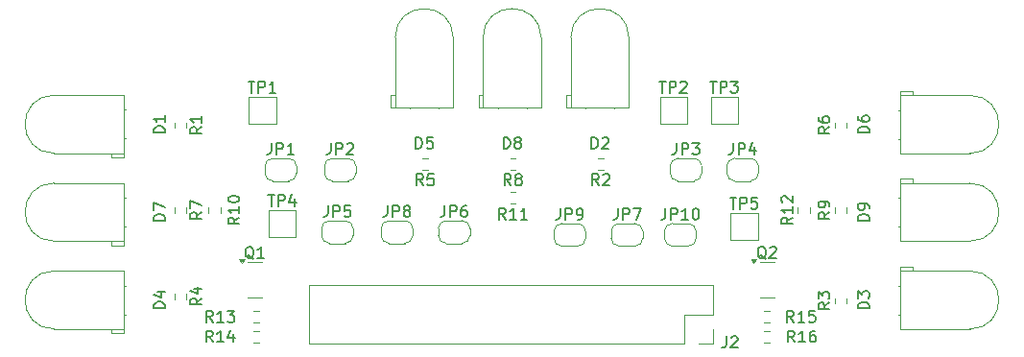
<source format=gbr>
%TF.GenerationSoftware,KiCad,Pcbnew,8.0.1*%
%TF.CreationDate,2024-03-24T15:01:24+02:00*%
%TF.ProjectId,EEE3088_HLDZUH001_Sensing,45454533-3038-4385-9f48-4c445a554830,rev?*%
%TF.SameCoordinates,Original*%
%TF.FileFunction,Legend,Top*%
%TF.FilePolarity,Positive*%
%FSLAX46Y46*%
G04 Gerber Fmt 4.6, Leading zero omitted, Abs format (unit mm)*
G04 Created by KiCad (PCBNEW 8.0.1) date 2024-03-24 15:01:24*
%MOMM*%
%LPD*%
G01*
G04 APERTURE LIST*
%ADD10C,0.150000*%
%ADD11C,0.120000*%
G04 APERTURE END LIST*
D10*
X213519819Y-92993094D02*
X212519819Y-92993094D01*
X212519819Y-92993094D02*
X212519819Y-92754999D01*
X212519819Y-92754999D02*
X212567438Y-92612142D01*
X212567438Y-92612142D02*
X212662676Y-92516904D01*
X212662676Y-92516904D02*
X212757914Y-92469285D01*
X212757914Y-92469285D02*
X212948390Y-92421666D01*
X212948390Y-92421666D02*
X213091247Y-92421666D01*
X213091247Y-92421666D02*
X213281723Y-92469285D01*
X213281723Y-92469285D02*
X213376961Y-92516904D01*
X213376961Y-92516904D02*
X213472200Y-92612142D01*
X213472200Y-92612142D02*
X213519819Y-92754999D01*
X213519819Y-92754999D02*
X213519819Y-92993094D01*
X212519819Y-92088332D02*
X212519819Y-91469285D01*
X212519819Y-91469285D02*
X212900771Y-91802618D01*
X212900771Y-91802618D02*
X212900771Y-91659761D01*
X212900771Y-91659761D02*
X212948390Y-91564523D01*
X212948390Y-91564523D02*
X212996009Y-91516904D01*
X212996009Y-91516904D02*
X213091247Y-91469285D01*
X213091247Y-91469285D02*
X213329342Y-91469285D01*
X213329342Y-91469285D02*
X213424580Y-91516904D01*
X213424580Y-91516904D02*
X213472200Y-91564523D01*
X213472200Y-91564523D02*
X213519819Y-91659761D01*
X213519819Y-91659761D02*
X213519819Y-91945475D01*
X213519819Y-91945475D02*
X213472200Y-92040713D01*
X213472200Y-92040713D02*
X213424580Y-92088332D01*
X213519819Y-85243094D02*
X212519819Y-85243094D01*
X212519819Y-85243094D02*
X212519819Y-85004999D01*
X212519819Y-85004999D02*
X212567438Y-84862142D01*
X212567438Y-84862142D02*
X212662676Y-84766904D01*
X212662676Y-84766904D02*
X212757914Y-84719285D01*
X212757914Y-84719285D02*
X212948390Y-84671666D01*
X212948390Y-84671666D02*
X213091247Y-84671666D01*
X213091247Y-84671666D02*
X213281723Y-84719285D01*
X213281723Y-84719285D02*
X213376961Y-84766904D01*
X213376961Y-84766904D02*
X213472200Y-84862142D01*
X213472200Y-84862142D02*
X213519819Y-85004999D01*
X213519819Y-85004999D02*
X213519819Y-85243094D01*
X213519819Y-84195475D02*
X213519819Y-84004999D01*
X213519819Y-84004999D02*
X213472200Y-83909761D01*
X213472200Y-83909761D02*
X213424580Y-83862142D01*
X213424580Y-83862142D02*
X213281723Y-83766904D01*
X213281723Y-83766904D02*
X213091247Y-83719285D01*
X213091247Y-83719285D02*
X212710295Y-83719285D01*
X212710295Y-83719285D02*
X212615057Y-83766904D01*
X212615057Y-83766904D02*
X212567438Y-83814523D01*
X212567438Y-83814523D02*
X212519819Y-83909761D01*
X212519819Y-83909761D02*
X212519819Y-84100237D01*
X212519819Y-84100237D02*
X212567438Y-84195475D01*
X212567438Y-84195475D02*
X212615057Y-84243094D01*
X212615057Y-84243094D02*
X212710295Y-84290713D01*
X212710295Y-84290713D02*
X212948390Y-84290713D01*
X212948390Y-84290713D02*
X213043628Y-84243094D01*
X213043628Y-84243094D02*
X213091247Y-84195475D01*
X213091247Y-84195475D02*
X213138866Y-84100237D01*
X213138866Y-84100237D02*
X213138866Y-83909761D01*
X213138866Y-83909761D02*
X213091247Y-83814523D01*
X213091247Y-83814523D02*
X213043628Y-83766904D01*
X213043628Y-83766904D02*
X212948390Y-83719285D01*
X181266905Y-78889819D02*
X181266905Y-77889819D01*
X181266905Y-77889819D02*
X181505000Y-77889819D01*
X181505000Y-77889819D02*
X181647857Y-77937438D01*
X181647857Y-77937438D02*
X181743095Y-78032676D01*
X181743095Y-78032676D02*
X181790714Y-78127914D01*
X181790714Y-78127914D02*
X181838333Y-78318390D01*
X181838333Y-78318390D02*
X181838333Y-78461247D01*
X181838333Y-78461247D02*
X181790714Y-78651723D01*
X181790714Y-78651723D02*
X181743095Y-78746961D01*
X181743095Y-78746961D02*
X181647857Y-78842200D01*
X181647857Y-78842200D02*
X181505000Y-78889819D01*
X181505000Y-78889819D02*
X181266905Y-78889819D01*
X182409762Y-78318390D02*
X182314524Y-78270771D01*
X182314524Y-78270771D02*
X182266905Y-78223152D01*
X182266905Y-78223152D02*
X182219286Y-78127914D01*
X182219286Y-78127914D02*
X182219286Y-78080295D01*
X182219286Y-78080295D02*
X182266905Y-77985057D01*
X182266905Y-77985057D02*
X182314524Y-77937438D01*
X182314524Y-77937438D02*
X182409762Y-77889819D01*
X182409762Y-77889819D02*
X182600238Y-77889819D01*
X182600238Y-77889819D02*
X182695476Y-77937438D01*
X182695476Y-77937438D02*
X182743095Y-77985057D01*
X182743095Y-77985057D02*
X182790714Y-78080295D01*
X182790714Y-78080295D02*
X182790714Y-78127914D01*
X182790714Y-78127914D02*
X182743095Y-78223152D01*
X182743095Y-78223152D02*
X182695476Y-78270771D01*
X182695476Y-78270771D02*
X182600238Y-78318390D01*
X182600238Y-78318390D02*
X182409762Y-78318390D01*
X182409762Y-78318390D02*
X182314524Y-78366009D01*
X182314524Y-78366009D02*
X182266905Y-78413628D01*
X182266905Y-78413628D02*
X182219286Y-78508866D01*
X182219286Y-78508866D02*
X182219286Y-78699342D01*
X182219286Y-78699342D02*
X182266905Y-78794580D01*
X182266905Y-78794580D02*
X182314524Y-78842200D01*
X182314524Y-78842200D02*
X182409762Y-78889819D01*
X182409762Y-78889819D02*
X182600238Y-78889819D01*
X182600238Y-78889819D02*
X182695476Y-78842200D01*
X182695476Y-78842200D02*
X182743095Y-78794580D01*
X182743095Y-78794580D02*
X182790714Y-78699342D01*
X182790714Y-78699342D02*
X182790714Y-78508866D01*
X182790714Y-78508866D02*
X182743095Y-78413628D01*
X182743095Y-78413628D02*
X182695476Y-78366009D01*
X182695476Y-78366009D02*
X182600238Y-78318390D01*
X151389819Y-85233094D02*
X150389819Y-85233094D01*
X150389819Y-85233094D02*
X150389819Y-84994999D01*
X150389819Y-84994999D02*
X150437438Y-84852142D01*
X150437438Y-84852142D02*
X150532676Y-84756904D01*
X150532676Y-84756904D02*
X150627914Y-84709285D01*
X150627914Y-84709285D02*
X150818390Y-84661666D01*
X150818390Y-84661666D02*
X150961247Y-84661666D01*
X150961247Y-84661666D02*
X151151723Y-84709285D01*
X151151723Y-84709285D02*
X151246961Y-84756904D01*
X151246961Y-84756904D02*
X151342200Y-84852142D01*
X151342200Y-84852142D02*
X151389819Y-84994999D01*
X151389819Y-84994999D02*
X151389819Y-85233094D01*
X150389819Y-84328332D02*
X150389819Y-83661666D01*
X150389819Y-83661666D02*
X151389819Y-84090237D01*
X201238095Y-83206819D02*
X201809523Y-83206819D01*
X201523809Y-84206819D02*
X201523809Y-83206819D01*
X202142857Y-84206819D02*
X202142857Y-83206819D01*
X202142857Y-83206819D02*
X202523809Y-83206819D01*
X202523809Y-83206819D02*
X202619047Y-83254438D01*
X202619047Y-83254438D02*
X202666666Y-83302057D01*
X202666666Y-83302057D02*
X202714285Y-83397295D01*
X202714285Y-83397295D02*
X202714285Y-83540152D01*
X202714285Y-83540152D02*
X202666666Y-83635390D01*
X202666666Y-83635390D02*
X202619047Y-83683009D01*
X202619047Y-83683009D02*
X202523809Y-83730628D01*
X202523809Y-83730628D02*
X202142857Y-83730628D01*
X203619047Y-83206819D02*
X203142857Y-83206819D01*
X203142857Y-83206819D02*
X203095238Y-83683009D01*
X203095238Y-83683009D02*
X203142857Y-83635390D01*
X203142857Y-83635390D02*
X203238095Y-83587771D01*
X203238095Y-83587771D02*
X203476190Y-83587771D01*
X203476190Y-83587771D02*
X203571428Y-83635390D01*
X203571428Y-83635390D02*
X203619047Y-83683009D01*
X203619047Y-83683009D02*
X203666666Y-83778247D01*
X203666666Y-83778247D02*
X203666666Y-84016342D01*
X203666666Y-84016342D02*
X203619047Y-84111580D01*
X203619047Y-84111580D02*
X203571428Y-84159200D01*
X203571428Y-84159200D02*
X203476190Y-84206819D01*
X203476190Y-84206819D02*
X203238095Y-84206819D01*
X203238095Y-84206819D02*
X203142857Y-84159200D01*
X203142857Y-84159200D02*
X203095238Y-84111580D01*
X160488095Y-82956819D02*
X161059523Y-82956819D01*
X160773809Y-83956819D02*
X160773809Y-82956819D01*
X161392857Y-83956819D02*
X161392857Y-82956819D01*
X161392857Y-82956819D02*
X161773809Y-82956819D01*
X161773809Y-82956819D02*
X161869047Y-83004438D01*
X161869047Y-83004438D02*
X161916666Y-83052057D01*
X161916666Y-83052057D02*
X161964285Y-83147295D01*
X161964285Y-83147295D02*
X161964285Y-83290152D01*
X161964285Y-83290152D02*
X161916666Y-83385390D01*
X161916666Y-83385390D02*
X161869047Y-83433009D01*
X161869047Y-83433009D02*
X161773809Y-83480628D01*
X161773809Y-83480628D02*
X161392857Y-83480628D01*
X162821428Y-83290152D02*
X162821428Y-83956819D01*
X162583333Y-82909200D02*
X162345238Y-83623485D01*
X162345238Y-83623485D02*
X162964285Y-83623485D01*
X199488095Y-72956819D02*
X200059523Y-72956819D01*
X199773809Y-73956819D02*
X199773809Y-72956819D01*
X200392857Y-73956819D02*
X200392857Y-72956819D01*
X200392857Y-72956819D02*
X200773809Y-72956819D01*
X200773809Y-72956819D02*
X200869047Y-73004438D01*
X200869047Y-73004438D02*
X200916666Y-73052057D01*
X200916666Y-73052057D02*
X200964285Y-73147295D01*
X200964285Y-73147295D02*
X200964285Y-73290152D01*
X200964285Y-73290152D02*
X200916666Y-73385390D01*
X200916666Y-73385390D02*
X200869047Y-73433009D01*
X200869047Y-73433009D02*
X200773809Y-73480628D01*
X200773809Y-73480628D02*
X200392857Y-73480628D01*
X201297619Y-72956819D02*
X201916666Y-72956819D01*
X201916666Y-72956819D02*
X201583333Y-73337771D01*
X201583333Y-73337771D02*
X201726190Y-73337771D01*
X201726190Y-73337771D02*
X201821428Y-73385390D01*
X201821428Y-73385390D02*
X201869047Y-73433009D01*
X201869047Y-73433009D02*
X201916666Y-73528247D01*
X201916666Y-73528247D02*
X201916666Y-73766342D01*
X201916666Y-73766342D02*
X201869047Y-73861580D01*
X201869047Y-73861580D02*
X201821428Y-73909200D01*
X201821428Y-73909200D02*
X201726190Y-73956819D01*
X201726190Y-73956819D02*
X201440476Y-73956819D01*
X201440476Y-73956819D02*
X201345238Y-73909200D01*
X201345238Y-73909200D02*
X201297619Y-73861580D01*
X194988095Y-72956819D02*
X195559523Y-72956819D01*
X195273809Y-73956819D02*
X195273809Y-72956819D01*
X195892857Y-73956819D02*
X195892857Y-72956819D01*
X195892857Y-72956819D02*
X196273809Y-72956819D01*
X196273809Y-72956819D02*
X196369047Y-73004438D01*
X196369047Y-73004438D02*
X196416666Y-73052057D01*
X196416666Y-73052057D02*
X196464285Y-73147295D01*
X196464285Y-73147295D02*
X196464285Y-73290152D01*
X196464285Y-73290152D02*
X196416666Y-73385390D01*
X196416666Y-73385390D02*
X196369047Y-73433009D01*
X196369047Y-73433009D02*
X196273809Y-73480628D01*
X196273809Y-73480628D02*
X195892857Y-73480628D01*
X196845238Y-73052057D02*
X196892857Y-73004438D01*
X196892857Y-73004438D02*
X196988095Y-72956819D01*
X196988095Y-72956819D02*
X197226190Y-72956819D01*
X197226190Y-72956819D02*
X197321428Y-73004438D01*
X197321428Y-73004438D02*
X197369047Y-73052057D01*
X197369047Y-73052057D02*
X197416666Y-73147295D01*
X197416666Y-73147295D02*
X197416666Y-73242533D01*
X197416666Y-73242533D02*
X197369047Y-73385390D01*
X197369047Y-73385390D02*
X196797619Y-73956819D01*
X196797619Y-73956819D02*
X197416666Y-73956819D01*
X158738095Y-72956819D02*
X159309523Y-72956819D01*
X159023809Y-73956819D02*
X159023809Y-72956819D01*
X159642857Y-73956819D02*
X159642857Y-72956819D01*
X159642857Y-72956819D02*
X160023809Y-72956819D01*
X160023809Y-72956819D02*
X160119047Y-73004438D01*
X160119047Y-73004438D02*
X160166666Y-73052057D01*
X160166666Y-73052057D02*
X160214285Y-73147295D01*
X160214285Y-73147295D02*
X160214285Y-73290152D01*
X160214285Y-73290152D02*
X160166666Y-73385390D01*
X160166666Y-73385390D02*
X160119047Y-73433009D01*
X160119047Y-73433009D02*
X160023809Y-73480628D01*
X160023809Y-73480628D02*
X159642857Y-73480628D01*
X161166666Y-73956819D02*
X160595238Y-73956819D01*
X160880952Y-73956819D02*
X160880952Y-72956819D01*
X160880952Y-72956819D02*
X160785714Y-73099676D01*
X160785714Y-73099676D02*
X160690476Y-73194914D01*
X160690476Y-73194914D02*
X160595238Y-73242533D01*
X206932142Y-95954819D02*
X206598809Y-95478628D01*
X206360714Y-95954819D02*
X206360714Y-94954819D01*
X206360714Y-94954819D02*
X206741666Y-94954819D01*
X206741666Y-94954819D02*
X206836904Y-95002438D01*
X206836904Y-95002438D02*
X206884523Y-95050057D01*
X206884523Y-95050057D02*
X206932142Y-95145295D01*
X206932142Y-95145295D02*
X206932142Y-95288152D01*
X206932142Y-95288152D02*
X206884523Y-95383390D01*
X206884523Y-95383390D02*
X206836904Y-95431009D01*
X206836904Y-95431009D02*
X206741666Y-95478628D01*
X206741666Y-95478628D02*
X206360714Y-95478628D01*
X207884523Y-95954819D02*
X207313095Y-95954819D01*
X207598809Y-95954819D02*
X207598809Y-94954819D01*
X207598809Y-94954819D02*
X207503571Y-95097676D01*
X207503571Y-95097676D02*
X207408333Y-95192914D01*
X207408333Y-95192914D02*
X207313095Y-95240533D01*
X208741666Y-94954819D02*
X208551190Y-94954819D01*
X208551190Y-94954819D02*
X208455952Y-95002438D01*
X208455952Y-95002438D02*
X208408333Y-95050057D01*
X208408333Y-95050057D02*
X208313095Y-95192914D01*
X208313095Y-95192914D02*
X208265476Y-95383390D01*
X208265476Y-95383390D02*
X208265476Y-95764342D01*
X208265476Y-95764342D02*
X208313095Y-95859580D01*
X208313095Y-95859580D02*
X208360714Y-95907200D01*
X208360714Y-95907200D02*
X208455952Y-95954819D01*
X208455952Y-95954819D02*
X208646428Y-95954819D01*
X208646428Y-95954819D02*
X208741666Y-95907200D01*
X208741666Y-95907200D02*
X208789285Y-95859580D01*
X208789285Y-95859580D02*
X208836904Y-95764342D01*
X208836904Y-95764342D02*
X208836904Y-95526247D01*
X208836904Y-95526247D02*
X208789285Y-95431009D01*
X208789285Y-95431009D02*
X208741666Y-95383390D01*
X208741666Y-95383390D02*
X208646428Y-95335771D01*
X208646428Y-95335771D02*
X208455952Y-95335771D01*
X208455952Y-95335771D02*
X208360714Y-95383390D01*
X208360714Y-95383390D02*
X208313095Y-95431009D01*
X208313095Y-95431009D02*
X208265476Y-95526247D01*
X206857142Y-94204819D02*
X206523809Y-93728628D01*
X206285714Y-94204819D02*
X206285714Y-93204819D01*
X206285714Y-93204819D02*
X206666666Y-93204819D01*
X206666666Y-93204819D02*
X206761904Y-93252438D01*
X206761904Y-93252438D02*
X206809523Y-93300057D01*
X206809523Y-93300057D02*
X206857142Y-93395295D01*
X206857142Y-93395295D02*
X206857142Y-93538152D01*
X206857142Y-93538152D02*
X206809523Y-93633390D01*
X206809523Y-93633390D02*
X206761904Y-93681009D01*
X206761904Y-93681009D02*
X206666666Y-93728628D01*
X206666666Y-93728628D02*
X206285714Y-93728628D01*
X207809523Y-94204819D02*
X207238095Y-94204819D01*
X207523809Y-94204819D02*
X207523809Y-93204819D01*
X207523809Y-93204819D02*
X207428571Y-93347676D01*
X207428571Y-93347676D02*
X207333333Y-93442914D01*
X207333333Y-93442914D02*
X207238095Y-93490533D01*
X208714285Y-93204819D02*
X208238095Y-93204819D01*
X208238095Y-93204819D02*
X208190476Y-93681009D01*
X208190476Y-93681009D02*
X208238095Y-93633390D01*
X208238095Y-93633390D02*
X208333333Y-93585771D01*
X208333333Y-93585771D02*
X208571428Y-93585771D01*
X208571428Y-93585771D02*
X208666666Y-93633390D01*
X208666666Y-93633390D02*
X208714285Y-93681009D01*
X208714285Y-93681009D02*
X208761904Y-93776247D01*
X208761904Y-93776247D02*
X208761904Y-94014342D01*
X208761904Y-94014342D02*
X208714285Y-94109580D01*
X208714285Y-94109580D02*
X208666666Y-94157200D01*
X208666666Y-94157200D02*
X208571428Y-94204819D01*
X208571428Y-94204819D02*
X208333333Y-94204819D01*
X208333333Y-94204819D02*
X208238095Y-94157200D01*
X208238095Y-94157200D02*
X208190476Y-94109580D01*
X155607142Y-95954819D02*
X155273809Y-95478628D01*
X155035714Y-95954819D02*
X155035714Y-94954819D01*
X155035714Y-94954819D02*
X155416666Y-94954819D01*
X155416666Y-94954819D02*
X155511904Y-95002438D01*
X155511904Y-95002438D02*
X155559523Y-95050057D01*
X155559523Y-95050057D02*
X155607142Y-95145295D01*
X155607142Y-95145295D02*
X155607142Y-95288152D01*
X155607142Y-95288152D02*
X155559523Y-95383390D01*
X155559523Y-95383390D02*
X155511904Y-95431009D01*
X155511904Y-95431009D02*
X155416666Y-95478628D01*
X155416666Y-95478628D02*
X155035714Y-95478628D01*
X156559523Y-95954819D02*
X155988095Y-95954819D01*
X156273809Y-95954819D02*
X156273809Y-94954819D01*
X156273809Y-94954819D02*
X156178571Y-95097676D01*
X156178571Y-95097676D02*
X156083333Y-95192914D01*
X156083333Y-95192914D02*
X155988095Y-95240533D01*
X157416666Y-95288152D02*
X157416666Y-95954819D01*
X157178571Y-94907200D02*
X156940476Y-95621485D01*
X156940476Y-95621485D02*
X157559523Y-95621485D01*
X155607142Y-94204819D02*
X155273809Y-93728628D01*
X155035714Y-94204819D02*
X155035714Y-93204819D01*
X155035714Y-93204819D02*
X155416666Y-93204819D01*
X155416666Y-93204819D02*
X155511904Y-93252438D01*
X155511904Y-93252438D02*
X155559523Y-93300057D01*
X155559523Y-93300057D02*
X155607142Y-93395295D01*
X155607142Y-93395295D02*
X155607142Y-93538152D01*
X155607142Y-93538152D02*
X155559523Y-93633390D01*
X155559523Y-93633390D02*
X155511904Y-93681009D01*
X155511904Y-93681009D02*
X155416666Y-93728628D01*
X155416666Y-93728628D02*
X155035714Y-93728628D01*
X156559523Y-94204819D02*
X155988095Y-94204819D01*
X156273809Y-94204819D02*
X156273809Y-93204819D01*
X156273809Y-93204819D02*
X156178571Y-93347676D01*
X156178571Y-93347676D02*
X156083333Y-93442914D01*
X156083333Y-93442914D02*
X155988095Y-93490533D01*
X156892857Y-93204819D02*
X157511904Y-93204819D01*
X157511904Y-93204819D02*
X157178571Y-93585771D01*
X157178571Y-93585771D02*
X157321428Y-93585771D01*
X157321428Y-93585771D02*
X157416666Y-93633390D01*
X157416666Y-93633390D02*
X157464285Y-93681009D01*
X157464285Y-93681009D02*
X157511904Y-93776247D01*
X157511904Y-93776247D02*
X157511904Y-94014342D01*
X157511904Y-94014342D02*
X157464285Y-94109580D01*
X157464285Y-94109580D02*
X157416666Y-94157200D01*
X157416666Y-94157200D02*
X157321428Y-94204819D01*
X157321428Y-94204819D02*
X157035714Y-94204819D01*
X157035714Y-94204819D02*
X156940476Y-94157200D01*
X156940476Y-94157200D02*
X156892857Y-94109580D01*
X206774819Y-84967857D02*
X206298628Y-85301190D01*
X206774819Y-85539285D02*
X205774819Y-85539285D01*
X205774819Y-85539285D02*
X205774819Y-85158333D01*
X205774819Y-85158333D02*
X205822438Y-85063095D01*
X205822438Y-85063095D02*
X205870057Y-85015476D01*
X205870057Y-85015476D02*
X205965295Y-84967857D01*
X205965295Y-84967857D02*
X206108152Y-84967857D01*
X206108152Y-84967857D02*
X206203390Y-85015476D01*
X206203390Y-85015476D02*
X206251009Y-85063095D01*
X206251009Y-85063095D02*
X206298628Y-85158333D01*
X206298628Y-85158333D02*
X206298628Y-85539285D01*
X206774819Y-84015476D02*
X206774819Y-84586904D01*
X206774819Y-84301190D02*
X205774819Y-84301190D01*
X205774819Y-84301190D02*
X205917676Y-84396428D01*
X205917676Y-84396428D02*
X206012914Y-84491666D01*
X206012914Y-84491666D02*
X206060533Y-84586904D01*
X205870057Y-83634523D02*
X205822438Y-83586904D01*
X205822438Y-83586904D02*
X205774819Y-83491666D01*
X205774819Y-83491666D02*
X205774819Y-83253571D01*
X205774819Y-83253571D02*
X205822438Y-83158333D01*
X205822438Y-83158333D02*
X205870057Y-83110714D01*
X205870057Y-83110714D02*
X205965295Y-83063095D01*
X205965295Y-83063095D02*
X206060533Y-83063095D01*
X206060533Y-83063095D02*
X206203390Y-83110714D01*
X206203390Y-83110714D02*
X206774819Y-83682142D01*
X206774819Y-83682142D02*
X206774819Y-83063095D01*
X181432142Y-85134819D02*
X181098809Y-84658628D01*
X180860714Y-85134819D02*
X180860714Y-84134819D01*
X180860714Y-84134819D02*
X181241666Y-84134819D01*
X181241666Y-84134819D02*
X181336904Y-84182438D01*
X181336904Y-84182438D02*
X181384523Y-84230057D01*
X181384523Y-84230057D02*
X181432142Y-84325295D01*
X181432142Y-84325295D02*
X181432142Y-84468152D01*
X181432142Y-84468152D02*
X181384523Y-84563390D01*
X181384523Y-84563390D02*
X181336904Y-84611009D01*
X181336904Y-84611009D02*
X181241666Y-84658628D01*
X181241666Y-84658628D02*
X180860714Y-84658628D01*
X182384523Y-85134819D02*
X181813095Y-85134819D01*
X182098809Y-85134819D02*
X182098809Y-84134819D01*
X182098809Y-84134819D02*
X182003571Y-84277676D01*
X182003571Y-84277676D02*
X181908333Y-84372914D01*
X181908333Y-84372914D02*
X181813095Y-84420533D01*
X183336904Y-85134819D02*
X182765476Y-85134819D01*
X183051190Y-85134819D02*
X183051190Y-84134819D01*
X183051190Y-84134819D02*
X182955952Y-84277676D01*
X182955952Y-84277676D02*
X182860714Y-84372914D01*
X182860714Y-84372914D02*
X182765476Y-84420533D01*
X157954819Y-84967857D02*
X157478628Y-85301190D01*
X157954819Y-85539285D02*
X156954819Y-85539285D01*
X156954819Y-85539285D02*
X156954819Y-85158333D01*
X156954819Y-85158333D02*
X157002438Y-85063095D01*
X157002438Y-85063095D02*
X157050057Y-85015476D01*
X157050057Y-85015476D02*
X157145295Y-84967857D01*
X157145295Y-84967857D02*
X157288152Y-84967857D01*
X157288152Y-84967857D02*
X157383390Y-85015476D01*
X157383390Y-85015476D02*
X157431009Y-85063095D01*
X157431009Y-85063095D02*
X157478628Y-85158333D01*
X157478628Y-85158333D02*
X157478628Y-85539285D01*
X157954819Y-84015476D02*
X157954819Y-84586904D01*
X157954819Y-84301190D02*
X156954819Y-84301190D01*
X156954819Y-84301190D02*
X157097676Y-84396428D01*
X157097676Y-84396428D02*
X157192914Y-84491666D01*
X157192914Y-84491666D02*
X157240533Y-84586904D01*
X156954819Y-83396428D02*
X156954819Y-83301190D01*
X156954819Y-83301190D02*
X157002438Y-83205952D01*
X157002438Y-83205952D02*
X157050057Y-83158333D01*
X157050057Y-83158333D02*
X157145295Y-83110714D01*
X157145295Y-83110714D02*
X157335771Y-83063095D01*
X157335771Y-83063095D02*
X157573866Y-83063095D01*
X157573866Y-83063095D02*
X157764342Y-83110714D01*
X157764342Y-83110714D02*
X157859580Y-83158333D01*
X157859580Y-83158333D02*
X157907200Y-83205952D01*
X157907200Y-83205952D02*
X157954819Y-83301190D01*
X157954819Y-83301190D02*
X157954819Y-83396428D01*
X157954819Y-83396428D02*
X157907200Y-83491666D01*
X157907200Y-83491666D02*
X157859580Y-83539285D01*
X157859580Y-83539285D02*
X157764342Y-83586904D01*
X157764342Y-83586904D02*
X157573866Y-83634523D01*
X157573866Y-83634523D02*
X157335771Y-83634523D01*
X157335771Y-83634523D02*
X157145295Y-83586904D01*
X157145295Y-83586904D02*
X157050057Y-83539285D01*
X157050057Y-83539285D02*
X157002438Y-83491666D01*
X157002438Y-83491666D02*
X156954819Y-83396428D01*
X210024819Y-84491666D02*
X209548628Y-84824999D01*
X210024819Y-85063094D02*
X209024819Y-85063094D01*
X209024819Y-85063094D02*
X209024819Y-84682142D01*
X209024819Y-84682142D02*
X209072438Y-84586904D01*
X209072438Y-84586904D02*
X209120057Y-84539285D01*
X209120057Y-84539285D02*
X209215295Y-84491666D01*
X209215295Y-84491666D02*
X209358152Y-84491666D01*
X209358152Y-84491666D02*
X209453390Y-84539285D01*
X209453390Y-84539285D02*
X209501009Y-84586904D01*
X209501009Y-84586904D02*
X209548628Y-84682142D01*
X209548628Y-84682142D02*
X209548628Y-85063094D01*
X210024819Y-84015475D02*
X210024819Y-83824999D01*
X210024819Y-83824999D02*
X209977200Y-83729761D01*
X209977200Y-83729761D02*
X209929580Y-83682142D01*
X209929580Y-83682142D02*
X209786723Y-83586904D01*
X209786723Y-83586904D02*
X209596247Y-83539285D01*
X209596247Y-83539285D02*
X209215295Y-83539285D01*
X209215295Y-83539285D02*
X209120057Y-83586904D01*
X209120057Y-83586904D02*
X209072438Y-83634523D01*
X209072438Y-83634523D02*
X209024819Y-83729761D01*
X209024819Y-83729761D02*
X209024819Y-83920237D01*
X209024819Y-83920237D02*
X209072438Y-84015475D01*
X209072438Y-84015475D02*
X209120057Y-84063094D01*
X209120057Y-84063094D02*
X209215295Y-84110713D01*
X209215295Y-84110713D02*
X209453390Y-84110713D01*
X209453390Y-84110713D02*
X209548628Y-84063094D01*
X209548628Y-84063094D02*
X209596247Y-84015475D01*
X209596247Y-84015475D02*
X209643866Y-83920237D01*
X209643866Y-83920237D02*
X209643866Y-83729761D01*
X209643866Y-83729761D02*
X209596247Y-83634523D01*
X209596247Y-83634523D02*
X209548628Y-83586904D01*
X209548628Y-83586904D02*
X209453390Y-83539285D01*
X181908333Y-82134819D02*
X181575000Y-81658628D01*
X181336905Y-82134819D02*
X181336905Y-81134819D01*
X181336905Y-81134819D02*
X181717857Y-81134819D01*
X181717857Y-81134819D02*
X181813095Y-81182438D01*
X181813095Y-81182438D02*
X181860714Y-81230057D01*
X181860714Y-81230057D02*
X181908333Y-81325295D01*
X181908333Y-81325295D02*
X181908333Y-81468152D01*
X181908333Y-81468152D02*
X181860714Y-81563390D01*
X181860714Y-81563390D02*
X181813095Y-81611009D01*
X181813095Y-81611009D02*
X181717857Y-81658628D01*
X181717857Y-81658628D02*
X181336905Y-81658628D01*
X182479762Y-81563390D02*
X182384524Y-81515771D01*
X182384524Y-81515771D02*
X182336905Y-81468152D01*
X182336905Y-81468152D02*
X182289286Y-81372914D01*
X182289286Y-81372914D02*
X182289286Y-81325295D01*
X182289286Y-81325295D02*
X182336905Y-81230057D01*
X182336905Y-81230057D02*
X182384524Y-81182438D01*
X182384524Y-81182438D02*
X182479762Y-81134819D01*
X182479762Y-81134819D02*
X182670238Y-81134819D01*
X182670238Y-81134819D02*
X182765476Y-81182438D01*
X182765476Y-81182438D02*
X182813095Y-81230057D01*
X182813095Y-81230057D02*
X182860714Y-81325295D01*
X182860714Y-81325295D02*
X182860714Y-81372914D01*
X182860714Y-81372914D02*
X182813095Y-81468152D01*
X182813095Y-81468152D02*
X182765476Y-81515771D01*
X182765476Y-81515771D02*
X182670238Y-81563390D01*
X182670238Y-81563390D02*
X182479762Y-81563390D01*
X182479762Y-81563390D02*
X182384524Y-81611009D01*
X182384524Y-81611009D02*
X182336905Y-81658628D01*
X182336905Y-81658628D02*
X182289286Y-81753866D01*
X182289286Y-81753866D02*
X182289286Y-81944342D01*
X182289286Y-81944342D02*
X182336905Y-82039580D01*
X182336905Y-82039580D02*
X182384524Y-82087200D01*
X182384524Y-82087200D02*
X182479762Y-82134819D01*
X182479762Y-82134819D02*
X182670238Y-82134819D01*
X182670238Y-82134819D02*
X182765476Y-82087200D01*
X182765476Y-82087200D02*
X182813095Y-82039580D01*
X182813095Y-82039580D02*
X182860714Y-81944342D01*
X182860714Y-81944342D02*
X182860714Y-81753866D01*
X182860714Y-81753866D02*
X182813095Y-81658628D01*
X182813095Y-81658628D02*
X182765476Y-81611009D01*
X182765476Y-81611009D02*
X182670238Y-81563390D01*
X154634819Y-84491666D02*
X154158628Y-84824999D01*
X154634819Y-85063094D02*
X153634819Y-85063094D01*
X153634819Y-85063094D02*
X153634819Y-84682142D01*
X153634819Y-84682142D02*
X153682438Y-84586904D01*
X153682438Y-84586904D02*
X153730057Y-84539285D01*
X153730057Y-84539285D02*
X153825295Y-84491666D01*
X153825295Y-84491666D02*
X153968152Y-84491666D01*
X153968152Y-84491666D02*
X154063390Y-84539285D01*
X154063390Y-84539285D02*
X154111009Y-84586904D01*
X154111009Y-84586904D02*
X154158628Y-84682142D01*
X154158628Y-84682142D02*
X154158628Y-85063094D01*
X153634819Y-84158332D02*
X153634819Y-83491666D01*
X153634819Y-83491666D02*
X154634819Y-83920237D01*
X210024819Y-76991666D02*
X209548628Y-77324999D01*
X210024819Y-77563094D02*
X209024819Y-77563094D01*
X209024819Y-77563094D02*
X209024819Y-77182142D01*
X209024819Y-77182142D02*
X209072438Y-77086904D01*
X209072438Y-77086904D02*
X209120057Y-77039285D01*
X209120057Y-77039285D02*
X209215295Y-76991666D01*
X209215295Y-76991666D02*
X209358152Y-76991666D01*
X209358152Y-76991666D02*
X209453390Y-77039285D01*
X209453390Y-77039285D02*
X209501009Y-77086904D01*
X209501009Y-77086904D02*
X209548628Y-77182142D01*
X209548628Y-77182142D02*
X209548628Y-77563094D01*
X209024819Y-76134523D02*
X209024819Y-76324999D01*
X209024819Y-76324999D02*
X209072438Y-76420237D01*
X209072438Y-76420237D02*
X209120057Y-76467856D01*
X209120057Y-76467856D02*
X209262914Y-76563094D01*
X209262914Y-76563094D02*
X209453390Y-76610713D01*
X209453390Y-76610713D02*
X209834342Y-76610713D01*
X209834342Y-76610713D02*
X209929580Y-76563094D01*
X209929580Y-76563094D02*
X209977200Y-76515475D01*
X209977200Y-76515475D02*
X210024819Y-76420237D01*
X210024819Y-76420237D02*
X210024819Y-76229761D01*
X210024819Y-76229761D02*
X209977200Y-76134523D01*
X209977200Y-76134523D02*
X209929580Y-76086904D01*
X209929580Y-76086904D02*
X209834342Y-76039285D01*
X209834342Y-76039285D02*
X209596247Y-76039285D01*
X209596247Y-76039285D02*
X209501009Y-76086904D01*
X209501009Y-76086904D02*
X209453390Y-76134523D01*
X209453390Y-76134523D02*
X209405771Y-76229761D01*
X209405771Y-76229761D02*
X209405771Y-76420237D01*
X209405771Y-76420237D02*
X209453390Y-76515475D01*
X209453390Y-76515475D02*
X209501009Y-76563094D01*
X209501009Y-76563094D02*
X209596247Y-76610713D01*
X174158333Y-82134819D02*
X173825000Y-81658628D01*
X173586905Y-82134819D02*
X173586905Y-81134819D01*
X173586905Y-81134819D02*
X173967857Y-81134819D01*
X173967857Y-81134819D02*
X174063095Y-81182438D01*
X174063095Y-81182438D02*
X174110714Y-81230057D01*
X174110714Y-81230057D02*
X174158333Y-81325295D01*
X174158333Y-81325295D02*
X174158333Y-81468152D01*
X174158333Y-81468152D02*
X174110714Y-81563390D01*
X174110714Y-81563390D02*
X174063095Y-81611009D01*
X174063095Y-81611009D02*
X173967857Y-81658628D01*
X173967857Y-81658628D02*
X173586905Y-81658628D01*
X175063095Y-81134819D02*
X174586905Y-81134819D01*
X174586905Y-81134819D02*
X174539286Y-81611009D01*
X174539286Y-81611009D02*
X174586905Y-81563390D01*
X174586905Y-81563390D02*
X174682143Y-81515771D01*
X174682143Y-81515771D02*
X174920238Y-81515771D01*
X174920238Y-81515771D02*
X175015476Y-81563390D01*
X175015476Y-81563390D02*
X175063095Y-81611009D01*
X175063095Y-81611009D02*
X175110714Y-81706247D01*
X175110714Y-81706247D02*
X175110714Y-81944342D01*
X175110714Y-81944342D02*
X175063095Y-82039580D01*
X175063095Y-82039580D02*
X175015476Y-82087200D01*
X175015476Y-82087200D02*
X174920238Y-82134819D01*
X174920238Y-82134819D02*
X174682143Y-82134819D01*
X174682143Y-82134819D02*
X174586905Y-82087200D01*
X174586905Y-82087200D02*
X174539286Y-82039580D01*
X154634819Y-92091666D02*
X154158628Y-92424999D01*
X154634819Y-92663094D02*
X153634819Y-92663094D01*
X153634819Y-92663094D02*
X153634819Y-92282142D01*
X153634819Y-92282142D02*
X153682438Y-92186904D01*
X153682438Y-92186904D02*
X153730057Y-92139285D01*
X153730057Y-92139285D02*
X153825295Y-92091666D01*
X153825295Y-92091666D02*
X153968152Y-92091666D01*
X153968152Y-92091666D02*
X154063390Y-92139285D01*
X154063390Y-92139285D02*
X154111009Y-92186904D01*
X154111009Y-92186904D02*
X154158628Y-92282142D01*
X154158628Y-92282142D02*
X154158628Y-92663094D01*
X153968152Y-91234523D02*
X154634819Y-91234523D01*
X153587200Y-91472618D02*
X154301485Y-91710713D01*
X154301485Y-91710713D02*
X154301485Y-91091666D01*
X210024819Y-92491666D02*
X209548628Y-92824999D01*
X210024819Y-93063094D02*
X209024819Y-93063094D01*
X209024819Y-93063094D02*
X209024819Y-92682142D01*
X209024819Y-92682142D02*
X209072438Y-92586904D01*
X209072438Y-92586904D02*
X209120057Y-92539285D01*
X209120057Y-92539285D02*
X209215295Y-92491666D01*
X209215295Y-92491666D02*
X209358152Y-92491666D01*
X209358152Y-92491666D02*
X209453390Y-92539285D01*
X209453390Y-92539285D02*
X209501009Y-92586904D01*
X209501009Y-92586904D02*
X209548628Y-92682142D01*
X209548628Y-92682142D02*
X209548628Y-93063094D01*
X209024819Y-92158332D02*
X209024819Y-91539285D01*
X209024819Y-91539285D02*
X209405771Y-91872618D01*
X209405771Y-91872618D02*
X209405771Y-91729761D01*
X209405771Y-91729761D02*
X209453390Y-91634523D01*
X209453390Y-91634523D02*
X209501009Y-91586904D01*
X209501009Y-91586904D02*
X209596247Y-91539285D01*
X209596247Y-91539285D02*
X209834342Y-91539285D01*
X209834342Y-91539285D02*
X209929580Y-91586904D01*
X209929580Y-91586904D02*
X209977200Y-91634523D01*
X209977200Y-91634523D02*
X210024819Y-91729761D01*
X210024819Y-91729761D02*
X210024819Y-92015475D01*
X210024819Y-92015475D02*
X209977200Y-92110713D01*
X209977200Y-92110713D02*
X209929580Y-92158332D01*
X189658333Y-82134819D02*
X189325000Y-81658628D01*
X189086905Y-82134819D02*
X189086905Y-81134819D01*
X189086905Y-81134819D02*
X189467857Y-81134819D01*
X189467857Y-81134819D02*
X189563095Y-81182438D01*
X189563095Y-81182438D02*
X189610714Y-81230057D01*
X189610714Y-81230057D02*
X189658333Y-81325295D01*
X189658333Y-81325295D02*
X189658333Y-81468152D01*
X189658333Y-81468152D02*
X189610714Y-81563390D01*
X189610714Y-81563390D02*
X189563095Y-81611009D01*
X189563095Y-81611009D02*
X189467857Y-81658628D01*
X189467857Y-81658628D02*
X189086905Y-81658628D01*
X190039286Y-81230057D02*
X190086905Y-81182438D01*
X190086905Y-81182438D02*
X190182143Y-81134819D01*
X190182143Y-81134819D02*
X190420238Y-81134819D01*
X190420238Y-81134819D02*
X190515476Y-81182438D01*
X190515476Y-81182438D02*
X190563095Y-81230057D01*
X190563095Y-81230057D02*
X190610714Y-81325295D01*
X190610714Y-81325295D02*
X190610714Y-81420533D01*
X190610714Y-81420533D02*
X190563095Y-81563390D01*
X190563095Y-81563390D02*
X189991667Y-82134819D01*
X189991667Y-82134819D02*
X190610714Y-82134819D01*
X154634819Y-76991666D02*
X154158628Y-77324999D01*
X154634819Y-77563094D02*
X153634819Y-77563094D01*
X153634819Y-77563094D02*
X153634819Y-77182142D01*
X153634819Y-77182142D02*
X153682438Y-77086904D01*
X153682438Y-77086904D02*
X153730057Y-77039285D01*
X153730057Y-77039285D02*
X153825295Y-76991666D01*
X153825295Y-76991666D02*
X153968152Y-76991666D01*
X153968152Y-76991666D02*
X154063390Y-77039285D01*
X154063390Y-77039285D02*
X154111009Y-77086904D01*
X154111009Y-77086904D02*
X154158628Y-77182142D01*
X154158628Y-77182142D02*
X154158628Y-77563094D01*
X154634819Y-76039285D02*
X154634819Y-76610713D01*
X154634819Y-76324999D02*
X153634819Y-76324999D01*
X153634819Y-76324999D02*
X153777676Y-76420237D01*
X153777676Y-76420237D02*
X153872914Y-76515475D01*
X153872914Y-76515475D02*
X153920533Y-76610713D01*
X204404761Y-88650057D02*
X204309523Y-88602438D01*
X204309523Y-88602438D02*
X204214285Y-88507200D01*
X204214285Y-88507200D02*
X204071428Y-88364342D01*
X204071428Y-88364342D02*
X203976190Y-88316723D01*
X203976190Y-88316723D02*
X203880952Y-88316723D01*
X203928571Y-88554819D02*
X203833333Y-88507200D01*
X203833333Y-88507200D02*
X203738095Y-88411961D01*
X203738095Y-88411961D02*
X203690476Y-88221485D01*
X203690476Y-88221485D02*
X203690476Y-87888152D01*
X203690476Y-87888152D02*
X203738095Y-87697676D01*
X203738095Y-87697676D02*
X203833333Y-87602438D01*
X203833333Y-87602438D02*
X203928571Y-87554819D01*
X203928571Y-87554819D02*
X204119047Y-87554819D01*
X204119047Y-87554819D02*
X204214285Y-87602438D01*
X204214285Y-87602438D02*
X204309523Y-87697676D01*
X204309523Y-87697676D02*
X204357142Y-87888152D01*
X204357142Y-87888152D02*
X204357142Y-88221485D01*
X204357142Y-88221485D02*
X204309523Y-88411961D01*
X204309523Y-88411961D02*
X204214285Y-88507200D01*
X204214285Y-88507200D02*
X204119047Y-88554819D01*
X204119047Y-88554819D02*
X203928571Y-88554819D01*
X204738095Y-87650057D02*
X204785714Y-87602438D01*
X204785714Y-87602438D02*
X204880952Y-87554819D01*
X204880952Y-87554819D02*
X205119047Y-87554819D01*
X205119047Y-87554819D02*
X205214285Y-87602438D01*
X205214285Y-87602438D02*
X205261904Y-87650057D01*
X205261904Y-87650057D02*
X205309523Y-87745295D01*
X205309523Y-87745295D02*
X205309523Y-87840533D01*
X205309523Y-87840533D02*
X205261904Y-87983390D01*
X205261904Y-87983390D02*
X204690476Y-88554819D01*
X204690476Y-88554819D02*
X205309523Y-88554819D01*
X159217261Y-88650057D02*
X159122023Y-88602438D01*
X159122023Y-88602438D02*
X159026785Y-88507200D01*
X159026785Y-88507200D02*
X158883928Y-88364342D01*
X158883928Y-88364342D02*
X158788690Y-88316723D01*
X158788690Y-88316723D02*
X158693452Y-88316723D01*
X158741071Y-88554819D02*
X158645833Y-88507200D01*
X158645833Y-88507200D02*
X158550595Y-88411961D01*
X158550595Y-88411961D02*
X158502976Y-88221485D01*
X158502976Y-88221485D02*
X158502976Y-87888152D01*
X158502976Y-87888152D02*
X158550595Y-87697676D01*
X158550595Y-87697676D02*
X158645833Y-87602438D01*
X158645833Y-87602438D02*
X158741071Y-87554819D01*
X158741071Y-87554819D02*
X158931547Y-87554819D01*
X158931547Y-87554819D02*
X159026785Y-87602438D01*
X159026785Y-87602438D02*
X159122023Y-87697676D01*
X159122023Y-87697676D02*
X159169642Y-87888152D01*
X159169642Y-87888152D02*
X159169642Y-88221485D01*
X159169642Y-88221485D02*
X159122023Y-88411961D01*
X159122023Y-88411961D02*
X159026785Y-88507200D01*
X159026785Y-88507200D02*
X158931547Y-88554819D01*
X158931547Y-88554819D02*
X158741071Y-88554819D01*
X160122023Y-88554819D02*
X159550595Y-88554819D01*
X159836309Y-88554819D02*
X159836309Y-87554819D01*
X159836309Y-87554819D02*
X159741071Y-87697676D01*
X159741071Y-87697676D02*
X159645833Y-87792914D01*
X159645833Y-87792914D02*
X159550595Y-87840533D01*
X195540476Y-84154819D02*
X195540476Y-84869104D01*
X195540476Y-84869104D02*
X195492857Y-85011961D01*
X195492857Y-85011961D02*
X195397619Y-85107200D01*
X195397619Y-85107200D02*
X195254762Y-85154819D01*
X195254762Y-85154819D02*
X195159524Y-85154819D01*
X196016667Y-85154819D02*
X196016667Y-84154819D01*
X196016667Y-84154819D02*
X196397619Y-84154819D01*
X196397619Y-84154819D02*
X196492857Y-84202438D01*
X196492857Y-84202438D02*
X196540476Y-84250057D01*
X196540476Y-84250057D02*
X196588095Y-84345295D01*
X196588095Y-84345295D02*
X196588095Y-84488152D01*
X196588095Y-84488152D02*
X196540476Y-84583390D01*
X196540476Y-84583390D02*
X196492857Y-84631009D01*
X196492857Y-84631009D02*
X196397619Y-84678628D01*
X196397619Y-84678628D02*
X196016667Y-84678628D01*
X197540476Y-85154819D02*
X196969048Y-85154819D01*
X197254762Y-85154819D02*
X197254762Y-84154819D01*
X197254762Y-84154819D02*
X197159524Y-84297676D01*
X197159524Y-84297676D02*
X197064286Y-84392914D01*
X197064286Y-84392914D02*
X196969048Y-84440533D01*
X198159524Y-84154819D02*
X198254762Y-84154819D01*
X198254762Y-84154819D02*
X198350000Y-84202438D01*
X198350000Y-84202438D02*
X198397619Y-84250057D01*
X198397619Y-84250057D02*
X198445238Y-84345295D01*
X198445238Y-84345295D02*
X198492857Y-84535771D01*
X198492857Y-84535771D02*
X198492857Y-84773866D01*
X198492857Y-84773866D02*
X198445238Y-84964342D01*
X198445238Y-84964342D02*
X198397619Y-85059580D01*
X198397619Y-85059580D02*
X198350000Y-85107200D01*
X198350000Y-85107200D02*
X198254762Y-85154819D01*
X198254762Y-85154819D02*
X198159524Y-85154819D01*
X198159524Y-85154819D02*
X198064286Y-85107200D01*
X198064286Y-85107200D02*
X198016667Y-85059580D01*
X198016667Y-85059580D02*
X197969048Y-84964342D01*
X197969048Y-84964342D02*
X197921429Y-84773866D01*
X197921429Y-84773866D02*
X197921429Y-84535771D01*
X197921429Y-84535771D02*
X197969048Y-84345295D01*
X197969048Y-84345295D02*
X198016667Y-84250057D01*
X198016667Y-84250057D02*
X198064286Y-84202438D01*
X198064286Y-84202438D02*
X198159524Y-84154819D01*
X186266666Y-84154819D02*
X186266666Y-84869104D01*
X186266666Y-84869104D02*
X186219047Y-85011961D01*
X186219047Y-85011961D02*
X186123809Y-85107200D01*
X186123809Y-85107200D02*
X185980952Y-85154819D01*
X185980952Y-85154819D02*
X185885714Y-85154819D01*
X186742857Y-85154819D02*
X186742857Y-84154819D01*
X186742857Y-84154819D02*
X187123809Y-84154819D01*
X187123809Y-84154819D02*
X187219047Y-84202438D01*
X187219047Y-84202438D02*
X187266666Y-84250057D01*
X187266666Y-84250057D02*
X187314285Y-84345295D01*
X187314285Y-84345295D02*
X187314285Y-84488152D01*
X187314285Y-84488152D02*
X187266666Y-84583390D01*
X187266666Y-84583390D02*
X187219047Y-84631009D01*
X187219047Y-84631009D02*
X187123809Y-84678628D01*
X187123809Y-84678628D02*
X186742857Y-84678628D01*
X187790476Y-85154819D02*
X187980952Y-85154819D01*
X187980952Y-85154819D02*
X188076190Y-85107200D01*
X188076190Y-85107200D02*
X188123809Y-85059580D01*
X188123809Y-85059580D02*
X188219047Y-84916723D01*
X188219047Y-84916723D02*
X188266666Y-84726247D01*
X188266666Y-84726247D02*
X188266666Y-84345295D01*
X188266666Y-84345295D02*
X188219047Y-84250057D01*
X188219047Y-84250057D02*
X188171428Y-84202438D01*
X188171428Y-84202438D02*
X188076190Y-84154819D01*
X188076190Y-84154819D02*
X187885714Y-84154819D01*
X187885714Y-84154819D02*
X187790476Y-84202438D01*
X187790476Y-84202438D02*
X187742857Y-84250057D01*
X187742857Y-84250057D02*
X187695238Y-84345295D01*
X187695238Y-84345295D02*
X187695238Y-84583390D01*
X187695238Y-84583390D02*
X187742857Y-84678628D01*
X187742857Y-84678628D02*
X187790476Y-84726247D01*
X187790476Y-84726247D02*
X187885714Y-84773866D01*
X187885714Y-84773866D02*
X188076190Y-84773866D01*
X188076190Y-84773866D02*
X188171428Y-84726247D01*
X188171428Y-84726247D02*
X188219047Y-84678628D01*
X188219047Y-84678628D02*
X188266666Y-84583390D01*
X171016666Y-83904819D02*
X171016666Y-84619104D01*
X171016666Y-84619104D02*
X170969047Y-84761961D01*
X170969047Y-84761961D02*
X170873809Y-84857200D01*
X170873809Y-84857200D02*
X170730952Y-84904819D01*
X170730952Y-84904819D02*
X170635714Y-84904819D01*
X171492857Y-84904819D02*
X171492857Y-83904819D01*
X171492857Y-83904819D02*
X171873809Y-83904819D01*
X171873809Y-83904819D02*
X171969047Y-83952438D01*
X171969047Y-83952438D02*
X172016666Y-84000057D01*
X172016666Y-84000057D02*
X172064285Y-84095295D01*
X172064285Y-84095295D02*
X172064285Y-84238152D01*
X172064285Y-84238152D02*
X172016666Y-84333390D01*
X172016666Y-84333390D02*
X171969047Y-84381009D01*
X171969047Y-84381009D02*
X171873809Y-84428628D01*
X171873809Y-84428628D02*
X171492857Y-84428628D01*
X172635714Y-84333390D02*
X172540476Y-84285771D01*
X172540476Y-84285771D02*
X172492857Y-84238152D01*
X172492857Y-84238152D02*
X172445238Y-84142914D01*
X172445238Y-84142914D02*
X172445238Y-84095295D01*
X172445238Y-84095295D02*
X172492857Y-84000057D01*
X172492857Y-84000057D02*
X172540476Y-83952438D01*
X172540476Y-83952438D02*
X172635714Y-83904819D01*
X172635714Y-83904819D02*
X172826190Y-83904819D01*
X172826190Y-83904819D02*
X172921428Y-83952438D01*
X172921428Y-83952438D02*
X172969047Y-84000057D01*
X172969047Y-84000057D02*
X173016666Y-84095295D01*
X173016666Y-84095295D02*
X173016666Y-84142914D01*
X173016666Y-84142914D02*
X172969047Y-84238152D01*
X172969047Y-84238152D02*
X172921428Y-84285771D01*
X172921428Y-84285771D02*
X172826190Y-84333390D01*
X172826190Y-84333390D02*
X172635714Y-84333390D01*
X172635714Y-84333390D02*
X172540476Y-84381009D01*
X172540476Y-84381009D02*
X172492857Y-84428628D01*
X172492857Y-84428628D02*
X172445238Y-84523866D01*
X172445238Y-84523866D02*
X172445238Y-84714342D01*
X172445238Y-84714342D02*
X172492857Y-84809580D01*
X172492857Y-84809580D02*
X172540476Y-84857200D01*
X172540476Y-84857200D02*
X172635714Y-84904819D01*
X172635714Y-84904819D02*
X172826190Y-84904819D01*
X172826190Y-84904819D02*
X172921428Y-84857200D01*
X172921428Y-84857200D02*
X172969047Y-84809580D01*
X172969047Y-84809580D02*
X173016666Y-84714342D01*
X173016666Y-84714342D02*
X173016666Y-84523866D01*
X173016666Y-84523866D02*
X172969047Y-84428628D01*
X172969047Y-84428628D02*
X172921428Y-84381009D01*
X172921428Y-84381009D02*
X172826190Y-84333390D01*
X191316666Y-84154819D02*
X191316666Y-84869104D01*
X191316666Y-84869104D02*
X191269047Y-85011961D01*
X191269047Y-85011961D02*
X191173809Y-85107200D01*
X191173809Y-85107200D02*
X191030952Y-85154819D01*
X191030952Y-85154819D02*
X190935714Y-85154819D01*
X191792857Y-85154819D02*
X191792857Y-84154819D01*
X191792857Y-84154819D02*
X192173809Y-84154819D01*
X192173809Y-84154819D02*
X192269047Y-84202438D01*
X192269047Y-84202438D02*
X192316666Y-84250057D01*
X192316666Y-84250057D02*
X192364285Y-84345295D01*
X192364285Y-84345295D02*
X192364285Y-84488152D01*
X192364285Y-84488152D02*
X192316666Y-84583390D01*
X192316666Y-84583390D02*
X192269047Y-84631009D01*
X192269047Y-84631009D02*
X192173809Y-84678628D01*
X192173809Y-84678628D02*
X191792857Y-84678628D01*
X192697619Y-84154819D02*
X193364285Y-84154819D01*
X193364285Y-84154819D02*
X192935714Y-85154819D01*
X176066666Y-83904819D02*
X176066666Y-84619104D01*
X176066666Y-84619104D02*
X176019047Y-84761961D01*
X176019047Y-84761961D02*
X175923809Y-84857200D01*
X175923809Y-84857200D02*
X175780952Y-84904819D01*
X175780952Y-84904819D02*
X175685714Y-84904819D01*
X176542857Y-84904819D02*
X176542857Y-83904819D01*
X176542857Y-83904819D02*
X176923809Y-83904819D01*
X176923809Y-83904819D02*
X177019047Y-83952438D01*
X177019047Y-83952438D02*
X177066666Y-84000057D01*
X177066666Y-84000057D02*
X177114285Y-84095295D01*
X177114285Y-84095295D02*
X177114285Y-84238152D01*
X177114285Y-84238152D02*
X177066666Y-84333390D01*
X177066666Y-84333390D02*
X177019047Y-84381009D01*
X177019047Y-84381009D02*
X176923809Y-84428628D01*
X176923809Y-84428628D02*
X176542857Y-84428628D01*
X177971428Y-83904819D02*
X177780952Y-83904819D01*
X177780952Y-83904819D02*
X177685714Y-83952438D01*
X177685714Y-83952438D02*
X177638095Y-84000057D01*
X177638095Y-84000057D02*
X177542857Y-84142914D01*
X177542857Y-84142914D02*
X177495238Y-84333390D01*
X177495238Y-84333390D02*
X177495238Y-84714342D01*
X177495238Y-84714342D02*
X177542857Y-84809580D01*
X177542857Y-84809580D02*
X177590476Y-84857200D01*
X177590476Y-84857200D02*
X177685714Y-84904819D01*
X177685714Y-84904819D02*
X177876190Y-84904819D01*
X177876190Y-84904819D02*
X177971428Y-84857200D01*
X177971428Y-84857200D02*
X178019047Y-84809580D01*
X178019047Y-84809580D02*
X178066666Y-84714342D01*
X178066666Y-84714342D02*
X178066666Y-84476247D01*
X178066666Y-84476247D02*
X178019047Y-84381009D01*
X178019047Y-84381009D02*
X177971428Y-84333390D01*
X177971428Y-84333390D02*
X177876190Y-84285771D01*
X177876190Y-84285771D02*
X177685714Y-84285771D01*
X177685714Y-84285771D02*
X177590476Y-84333390D01*
X177590476Y-84333390D02*
X177542857Y-84381009D01*
X177542857Y-84381009D02*
X177495238Y-84476247D01*
X165766666Y-83904819D02*
X165766666Y-84619104D01*
X165766666Y-84619104D02*
X165719047Y-84761961D01*
X165719047Y-84761961D02*
X165623809Y-84857200D01*
X165623809Y-84857200D02*
X165480952Y-84904819D01*
X165480952Y-84904819D02*
X165385714Y-84904819D01*
X166242857Y-84904819D02*
X166242857Y-83904819D01*
X166242857Y-83904819D02*
X166623809Y-83904819D01*
X166623809Y-83904819D02*
X166719047Y-83952438D01*
X166719047Y-83952438D02*
X166766666Y-84000057D01*
X166766666Y-84000057D02*
X166814285Y-84095295D01*
X166814285Y-84095295D02*
X166814285Y-84238152D01*
X166814285Y-84238152D02*
X166766666Y-84333390D01*
X166766666Y-84333390D02*
X166719047Y-84381009D01*
X166719047Y-84381009D02*
X166623809Y-84428628D01*
X166623809Y-84428628D02*
X166242857Y-84428628D01*
X167719047Y-83904819D02*
X167242857Y-83904819D01*
X167242857Y-83904819D02*
X167195238Y-84381009D01*
X167195238Y-84381009D02*
X167242857Y-84333390D01*
X167242857Y-84333390D02*
X167338095Y-84285771D01*
X167338095Y-84285771D02*
X167576190Y-84285771D01*
X167576190Y-84285771D02*
X167671428Y-84333390D01*
X167671428Y-84333390D02*
X167719047Y-84381009D01*
X167719047Y-84381009D02*
X167766666Y-84476247D01*
X167766666Y-84476247D02*
X167766666Y-84714342D01*
X167766666Y-84714342D02*
X167719047Y-84809580D01*
X167719047Y-84809580D02*
X167671428Y-84857200D01*
X167671428Y-84857200D02*
X167576190Y-84904819D01*
X167576190Y-84904819D02*
X167338095Y-84904819D01*
X167338095Y-84904819D02*
X167242857Y-84857200D01*
X167242857Y-84857200D02*
X167195238Y-84809580D01*
X201516666Y-78404819D02*
X201516666Y-79119104D01*
X201516666Y-79119104D02*
X201469047Y-79261961D01*
X201469047Y-79261961D02*
X201373809Y-79357200D01*
X201373809Y-79357200D02*
X201230952Y-79404819D01*
X201230952Y-79404819D02*
X201135714Y-79404819D01*
X201992857Y-79404819D02*
X201992857Y-78404819D01*
X201992857Y-78404819D02*
X202373809Y-78404819D01*
X202373809Y-78404819D02*
X202469047Y-78452438D01*
X202469047Y-78452438D02*
X202516666Y-78500057D01*
X202516666Y-78500057D02*
X202564285Y-78595295D01*
X202564285Y-78595295D02*
X202564285Y-78738152D01*
X202564285Y-78738152D02*
X202516666Y-78833390D01*
X202516666Y-78833390D02*
X202469047Y-78881009D01*
X202469047Y-78881009D02*
X202373809Y-78928628D01*
X202373809Y-78928628D02*
X201992857Y-78928628D01*
X203421428Y-78738152D02*
X203421428Y-79404819D01*
X203183333Y-78357200D02*
X202945238Y-79071485D01*
X202945238Y-79071485D02*
X203564285Y-79071485D01*
X196516666Y-78404819D02*
X196516666Y-79119104D01*
X196516666Y-79119104D02*
X196469047Y-79261961D01*
X196469047Y-79261961D02*
X196373809Y-79357200D01*
X196373809Y-79357200D02*
X196230952Y-79404819D01*
X196230952Y-79404819D02*
X196135714Y-79404819D01*
X196992857Y-79404819D02*
X196992857Y-78404819D01*
X196992857Y-78404819D02*
X197373809Y-78404819D01*
X197373809Y-78404819D02*
X197469047Y-78452438D01*
X197469047Y-78452438D02*
X197516666Y-78500057D01*
X197516666Y-78500057D02*
X197564285Y-78595295D01*
X197564285Y-78595295D02*
X197564285Y-78738152D01*
X197564285Y-78738152D02*
X197516666Y-78833390D01*
X197516666Y-78833390D02*
X197469047Y-78881009D01*
X197469047Y-78881009D02*
X197373809Y-78928628D01*
X197373809Y-78928628D02*
X196992857Y-78928628D01*
X197897619Y-78404819D02*
X198516666Y-78404819D01*
X198516666Y-78404819D02*
X198183333Y-78785771D01*
X198183333Y-78785771D02*
X198326190Y-78785771D01*
X198326190Y-78785771D02*
X198421428Y-78833390D01*
X198421428Y-78833390D02*
X198469047Y-78881009D01*
X198469047Y-78881009D02*
X198516666Y-78976247D01*
X198516666Y-78976247D02*
X198516666Y-79214342D01*
X198516666Y-79214342D02*
X198469047Y-79309580D01*
X198469047Y-79309580D02*
X198421428Y-79357200D01*
X198421428Y-79357200D02*
X198326190Y-79404819D01*
X198326190Y-79404819D02*
X198040476Y-79404819D01*
X198040476Y-79404819D02*
X197945238Y-79357200D01*
X197945238Y-79357200D02*
X197897619Y-79309580D01*
X166016666Y-78404819D02*
X166016666Y-79119104D01*
X166016666Y-79119104D02*
X165969047Y-79261961D01*
X165969047Y-79261961D02*
X165873809Y-79357200D01*
X165873809Y-79357200D02*
X165730952Y-79404819D01*
X165730952Y-79404819D02*
X165635714Y-79404819D01*
X166492857Y-79404819D02*
X166492857Y-78404819D01*
X166492857Y-78404819D02*
X166873809Y-78404819D01*
X166873809Y-78404819D02*
X166969047Y-78452438D01*
X166969047Y-78452438D02*
X167016666Y-78500057D01*
X167016666Y-78500057D02*
X167064285Y-78595295D01*
X167064285Y-78595295D02*
X167064285Y-78738152D01*
X167064285Y-78738152D02*
X167016666Y-78833390D01*
X167016666Y-78833390D02*
X166969047Y-78881009D01*
X166969047Y-78881009D02*
X166873809Y-78928628D01*
X166873809Y-78928628D02*
X166492857Y-78928628D01*
X167445238Y-78500057D02*
X167492857Y-78452438D01*
X167492857Y-78452438D02*
X167588095Y-78404819D01*
X167588095Y-78404819D02*
X167826190Y-78404819D01*
X167826190Y-78404819D02*
X167921428Y-78452438D01*
X167921428Y-78452438D02*
X167969047Y-78500057D01*
X167969047Y-78500057D02*
X168016666Y-78595295D01*
X168016666Y-78595295D02*
X168016666Y-78690533D01*
X168016666Y-78690533D02*
X167969047Y-78833390D01*
X167969047Y-78833390D02*
X167397619Y-79404819D01*
X167397619Y-79404819D02*
X168016666Y-79404819D01*
X160766666Y-78404819D02*
X160766666Y-79119104D01*
X160766666Y-79119104D02*
X160719047Y-79261961D01*
X160719047Y-79261961D02*
X160623809Y-79357200D01*
X160623809Y-79357200D02*
X160480952Y-79404819D01*
X160480952Y-79404819D02*
X160385714Y-79404819D01*
X161242857Y-79404819D02*
X161242857Y-78404819D01*
X161242857Y-78404819D02*
X161623809Y-78404819D01*
X161623809Y-78404819D02*
X161719047Y-78452438D01*
X161719047Y-78452438D02*
X161766666Y-78500057D01*
X161766666Y-78500057D02*
X161814285Y-78595295D01*
X161814285Y-78595295D02*
X161814285Y-78738152D01*
X161814285Y-78738152D02*
X161766666Y-78833390D01*
X161766666Y-78833390D02*
X161719047Y-78881009D01*
X161719047Y-78881009D02*
X161623809Y-78928628D01*
X161623809Y-78928628D02*
X161242857Y-78928628D01*
X162766666Y-79404819D02*
X162195238Y-79404819D01*
X162480952Y-79404819D02*
X162480952Y-78404819D01*
X162480952Y-78404819D02*
X162385714Y-78547676D01*
X162385714Y-78547676D02*
X162290476Y-78642914D01*
X162290476Y-78642914D02*
X162195238Y-78690533D01*
X200916666Y-95454819D02*
X200916666Y-96169104D01*
X200916666Y-96169104D02*
X200869047Y-96311961D01*
X200869047Y-96311961D02*
X200773809Y-96407200D01*
X200773809Y-96407200D02*
X200630952Y-96454819D01*
X200630952Y-96454819D02*
X200535714Y-96454819D01*
X201345238Y-95550057D02*
X201392857Y-95502438D01*
X201392857Y-95502438D02*
X201488095Y-95454819D01*
X201488095Y-95454819D02*
X201726190Y-95454819D01*
X201726190Y-95454819D02*
X201821428Y-95502438D01*
X201821428Y-95502438D02*
X201869047Y-95550057D01*
X201869047Y-95550057D02*
X201916666Y-95645295D01*
X201916666Y-95645295D02*
X201916666Y-95740533D01*
X201916666Y-95740533D02*
X201869047Y-95883390D01*
X201869047Y-95883390D02*
X201297619Y-96454819D01*
X201297619Y-96454819D02*
X201916666Y-96454819D01*
X213519819Y-77493094D02*
X212519819Y-77493094D01*
X212519819Y-77493094D02*
X212519819Y-77254999D01*
X212519819Y-77254999D02*
X212567438Y-77112142D01*
X212567438Y-77112142D02*
X212662676Y-77016904D01*
X212662676Y-77016904D02*
X212757914Y-76969285D01*
X212757914Y-76969285D02*
X212948390Y-76921666D01*
X212948390Y-76921666D02*
X213091247Y-76921666D01*
X213091247Y-76921666D02*
X213281723Y-76969285D01*
X213281723Y-76969285D02*
X213376961Y-77016904D01*
X213376961Y-77016904D02*
X213472200Y-77112142D01*
X213472200Y-77112142D02*
X213519819Y-77254999D01*
X213519819Y-77254999D02*
X213519819Y-77493094D01*
X212519819Y-76064523D02*
X212519819Y-76254999D01*
X212519819Y-76254999D02*
X212567438Y-76350237D01*
X212567438Y-76350237D02*
X212615057Y-76397856D01*
X212615057Y-76397856D02*
X212757914Y-76493094D01*
X212757914Y-76493094D02*
X212948390Y-76540713D01*
X212948390Y-76540713D02*
X213329342Y-76540713D01*
X213329342Y-76540713D02*
X213424580Y-76493094D01*
X213424580Y-76493094D02*
X213472200Y-76445475D01*
X213472200Y-76445475D02*
X213519819Y-76350237D01*
X213519819Y-76350237D02*
X213519819Y-76159761D01*
X213519819Y-76159761D02*
X213472200Y-76064523D01*
X213472200Y-76064523D02*
X213424580Y-76016904D01*
X213424580Y-76016904D02*
X213329342Y-75969285D01*
X213329342Y-75969285D02*
X213091247Y-75969285D01*
X213091247Y-75969285D02*
X212996009Y-76016904D01*
X212996009Y-76016904D02*
X212948390Y-76064523D01*
X212948390Y-76064523D02*
X212900771Y-76159761D01*
X212900771Y-76159761D02*
X212900771Y-76350237D01*
X212900771Y-76350237D02*
X212948390Y-76445475D01*
X212948390Y-76445475D02*
X212996009Y-76493094D01*
X212996009Y-76493094D02*
X213091247Y-76540713D01*
X173516905Y-78889819D02*
X173516905Y-77889819D01*
X173516905Y-77889819D02*
X173755000Y-77889819D01*
X173755000Y-77889819D02*
X173897857Y-77937438D01*
X173897857Y-77937438D02*
X173993095Y-78032676D01*
X173993095Y-78032676D02*
X174040714Y-78127914D01*
X174040714Y-78127914D02*
X174088333Y-78318390D01*
X174088333Y-78318390D02*
X174088333Y-78461247D01*
X174088333Y-78461247D02*
X174040714Y-78651723D01*
X174040714Y-78651723D02*
X173993095Y-78746961D01*
X173993095Y-78746961D02*
X173897857Y-78842200D01*
X173897857Y-78842200D02*
X173755000Y-78889819D01*
X173755000Y-78889819D02*
X173516905Y-78889819D01*
X174993095Y-77889819D02*
X174516905Y-77889819D01*
X174516905Y-77889819D02*
X174469286Y-78366009D01*
X174469286Y-78366009D02*
X174516905Y-78318390D01*
X174516905Y-78318390D02*
X174612143Y-78270771D01*
X174612143Y-78270771D02*
X174850238Y-78270771D01*
X174850238Y-78270771D02*
X174945476Y-78318390D01*
X174945476Y-78318390D02*
X174993095Y-78366009D01*
X174993095Y-78366009D02*
X175040714Y-78461247D01*
X175040714Y-78461247D02*
X175040714Y-78699342D01*
X175040714Y-78699342D02*
X174993095Y-78794580D01*
X174993095Y-78794580D02*
X174945476Y-78842200D01*
X174945476Y-78842200D02*
X174850238Y-78889819D01*
X174850238Y-78889819D02*
X174612143Y-78889819D01*
X174612143Y-78889819D02*
X174516905Y-78842200D01*
X174516905Y-78842200D02*
X174469286Y-78794580D01*
X151389819Y-92983094D02*
X150389819Y-92983094D01*
X150389819Y-92983094D02*
X150389819Y-92744999D01*
X150389819Y-92744999D02*
X150437438Y-92602142D01*
X150437438Y-92602142D02*
X150532676Y-92506904D01*
X150532676Y-92506904D02*
X150627914Y-92459285D01*
X150627914Y-92459285D02*
X150818390Y-92411666D01*
X150818390Y-92411666D02*
X150961247Y-92411666D01*
X150961247Y-92411666D02*
X151151723Y-92459285D01*
X151151723Y-92459285D02*
X151246961Y-92506904D01*
X151246961Y-92506904D02*
X151342200Y-92602142D01*
X151342200Y-92602142D02*
X151389819Y-92744999D01*
X151389819Y-92744999D02*
X151389819Y-92983094D01*
X150723152Y-91554523D02*
X151389819Y-91554523D01*
X150342200Y-91792618D02*
X151056485Y-92030713D01*
X151056485Y-92030713D02*
X151056485Y-91411666D01*
X189016905Y-78889819D02*
X189016905Y-77889819D01*
X189016905Y-77889819D02*
X189255000Y-77889819D01*
X189255000Y-77889819D02*
X189397857Y-77937438D01*
X189397857Y-77937438D02*
X189493095Y-78032676D01*
X189493095Y-78032676D02*
X189540714Y-78127914D01*
X189540714Y-78127914D02*
X189588333Y-78318390D01*
X189588333Y-78318390D02*
X189588333Y-78461247D01*
X189588333Y-78461247D02*
X189540714Y-78651723D01*
X189540714Y-78651723D02*
X189493095Y-78746961D01*
X189493095Y-78746961D02*
X189397857Y-78842200D01*
X189397857Y-78842200D02*
X189255000Y-78889819D01*
X189255000Y-78889819D02*
X189016905Y-78889819D01*
X189969286Y-77985057D02*
X190016905Y-77937438D01*
X190016905Y-77937438D02*
X190112143Y-77889819D01*
X190112143Y-77889819D02*
X190350238Y-77889819D01*
X190350238Y-77889819D02*
X190445476Y-77937438D01*
X190445476Y-77937438D02*
X190493095Y-77985057D01*
X190493095Y-77985057D02*
X190540714Y-78080295D01*
X190540714Y-78080295D02*
X190540714Y-78175533D01*
X190540714Y-78175533D02*
X190493095Y-78318390D01*
X190493095Y-78318390D02*
X189921667Y-78889819D01*
X189921667Y-78889819D02*
X190540714Y-78889819D01*
X151389819Y-77483094D02*
X150389819Y-77483094D01*
X150389819Y-77483094D02*
X150389819Y-77244999D01*
X150389819Y-77244999D02*
X150437438Y-77102142D01*
X150437438Y-77102142D02*
X150532676Y-77006904D01*
X150532676Y-77006904D02*
X150627914Y-76959285D01*
X150627914Y-76959285D02*
X150818390Y-76911666D01*
X150818390Y-76911666D02*
X150961247Y-76911666D01*
X150961247Y-76911666D02*
X151151723Y-76959285D01*
X151151723Y-76959285D02*
X151246961Y-77006904D01*
X151246961Y-77006904D02*
X151342200Y-77102142D01*
X151342200Y-77102142D02*
X151389819Y-77244999D01*
X151389819Y-77244999D02*
X151389819Y-77483094D01*
X151389819Y-75959285D02*
X151389819Y-76530713D01*
X151389819Y-76244999D02*
X150389819Y-76244999D01*
X150389819Y-76244999D02*
X150532676Y-76340237D01*
X150532676Y-76340237D02*
X150627914Y-76435475D01*
X150627914Y-76435475D02*
X150675533Y-76530713D01*
D11*
%TO.C,D3*%
X216235000Y-94815000D02*
X222395000Y-94815000D01*
X216235000Y-94815000D02*
X216235000Y-89695000D01*
X216105000Y-93525000D02*
X216105000Y-93525000D01*
X216105000Y-93525000D02*
X216235000Y-93525000D01*
X216235000Y-93525000D02*
X216105000Y-93525000D01*
X216235000Y-93525000D02*
X216235000Y-93525000D01*
X216105000Y-90985000D02*
X216105000Y-90985000D01*
X216105000Y-90985000D02*
X216235000Y-90985000D01*
X216235000Y-90985000D02*
X216105000Y-90985000D01*
X216235000Y-90985000D02*
X216235000Y-90985000D01*
X216235000Y-89695000D02*
X222395000Y-89695000D01*
X216235000Y-89695000D02*
X216235000Y-89295000D01*
X217355000Y-89695000D02*
X216235000Y-89695000D01*
X216235000Y-89295000D02*
X217355000Y-89295000D01*
X217355000Y-89295000D02*
X217355000Y-89695000D01*
X222395000Y-89695000D02*
G75*
G02*
X222395000Y-94815000I0J-2560000D01*
G01*
%TO.C,D9*%
X222395000Y-81945000D02*
G75*
G02*
X222395000Y-87065000I0J-2560000D01*
G01*
X217355000Y-81545000D02*
X217355000Y-81945000D01*
X216235000Y-81545000D02*
X217355000Y-81545000D01*
X217355000Y-81945000D02*
X216235000Y-81945000D01*
X216235000Y-81945000D02*
X216235000Y-81545000D01*
X216235000Y-81945000D02*
X222395000Y-81945000D01*
X216235000Y-83235000D02*
X216235000Y-83235000D01*
X216235000Y-83235000D02*
X216105000Y-83235000D01*
X216105000Y-83235000D02*
X216235000Y-83235000D01*
X216105000Y-83235000D02*
X216105000Y-83235000D01*
X216235000Y-85775000D02*
X216235000Y-85775000D01*
X216235000Y-85775000D02*
X216105000Y-85775000D01*
X216105000Y-85775000D02*
X216235000Y-85775000D01*
X216105000Y-85775000D02*
X216105000Y-85775000D01*
X216235000Y-87065000D02*
X216235000Y-81945000D01*
X216235000Y-87065000D02*
X222395000Y-87065000D01*
%TO.C,D8*%
X184565000Y-75265000D02*
X184565000Y-69105000D01*
X184565000Y-75265000D02*
X179445000Y-75265000D01*
X183275000Y-75395000D02*
X183275000Y-75395000D01*
X183275000Y-75395000D02*
X183275000Y-75265000D01*
X183275000Y-75265000D02*
X183275000Y-75395000D01*
X183275000Y-75265000D02*
X183275000Y-75265000D01*
X180735000Y-75395000D02*
X180735000Y-75395000D01*
X180735000Y-75395000D02*
X180735000Y-75265000D01*
X180735000Y-75265000D02*
X180735000Y-75395000D01*
X180735000Y-75265000D02*
X180735000Y-75265000D01*
X179445000Y-75265000D02*
X179445000Y-69105000D01*
X179445000Y-75265000D02*
X179045000Y-75265000D01*
X179445000Y-74145000D02*
X179445000Y-75265000D01*
X179045000Y-75265000D02*
X179045000Y-74145000D01*
X179045000Y-74145000D02*
X179445000Y-74145000D01*
X179445000Y-69105000D02*
G75*
G02*
X184565000Y-69105000I2560000J0D01*
G01*
%TO.C,D7*%
X147765000Y-81935000D02*
X141605000Y-81935000D01*
X147765000Y-81935000D02*
X147765000Y-87055000D01*
X147895000Y-83225000D02*
X147895000Y-83225000D01*
X147895000Y-83225000D02*
X147765000Y-83225000D01*
X147765000Y-83225000D02*
X147895000Y-83225000D01*
X147765000Y-83225000D02*
X147765000Y-83225000D01*
X147895000Y-85765000D02*
X147895000Y-85765000D01*
X147895000Y-85765000D02*
X147765000Y-85765000D01*
X147765000Y-85765000D02*
X147895000Y-85765000D01*
X147765000Y-85765000D02*
X147765000Y-85765000D01*
X147765000Y-87055000D02*
X141605000Y-87055000D01*
X147765000Y-87055000D02*
X147765000Y-87455000D01*
X146645000Y-87055000D02*
X147765000Y-87055000D01*
X147765000Y-87455000D02*
X146645000Y-87455000D01*
X146645000Y-87455000D02*
X146645000Y-87055000D01*
X141605000Y-87055000D02*
G75*
G02*
X141605000Y-81935000I0J2560000D01*
G01*
%TO.C,TP5*%
X201300000Y-84550000D02*
X203700000Y-84550000D01*
X201300000Y-86950000D02*
X201300000Y-84550000D01*
X203700000Y-84550000D02*
X203700000Y-86950000D01*
X203700000Y-86950000D02*
X201300000Y-86950000D01*
%TO.C,TP4*%
X160550000Y-84300000D02*
X162950000Y-84300000D01*
X160550000Y-86700000D02*
X160550000Y-84300000D01*
X162950000Y-84300000D02*
X162950000Y-86700000D01*
X162950000Y-86700000D02*
X160550000Y-86700000D01*
%TO.C,TP3*%
X199550000Y-74300000D02*
X201950000Y-74300000D01*
X199550000Y-76700000D02*
X199550000Y-74300000D01*
X201950000Y-74300000D02*
X201950000Y-76700000D01*
X201950000Y-76700000D02*
X199550000Y-76700000D01*
%TO.C,TP2*%
X195050000Y-74300000D02*
X197450000Y-74300000D01*
X195050000Y-76700000D02*
X195050000Y-74300000D01*
X197450000Y-74300000D02*
X197450000Y-76700000D01*
X197450000Y-76700000D02*
X195050000Y-76700000D01*
%TO.C,TP1*%
X158800000Y-74300000D02*
X161200000Y-74300000D01*
X158800000Y-76700000D02*
X158800000Y-74300000D01*
X161200000Y-74300000D02*
X161200000Y-76700000D01*
X161200000Y-76700000D02*
X158800000Y-76700000D01*
%TO.C,R16*%
X204262742Y-96022500D02*
X204737258Y-96022500D01*
X204262742Y-94977500D02*
X204737258Y-94977500D01*
%TO.C,R15*%
X204262742Y-94272500D02*
X204737258Y-94272500D01*
X204262742Y-93227500D02*
X204737258Y-93227500D01*
%TO.C,R14*%
X159187742Y-94977500D02*
X159662258Y-94977500D01*
X159187742Y-96022500D02*
X159662258Y-96022500D01*
%TO.C,R13*%
X159187742Y-94272500D02*
X159662258Y-94272500D01*
X159187742Y-93227500D02*
X159662258Y-93227500D01*
%TO.C,R12*%
X207227500Y-84562258D02*
X207227500Y-84087742D01*
X208272500Y-84562258D02*
X208272500Y-84087742D01*
%TO.C,R11*%
X182312258Y-83772500D02*
X181837742Y-83772500D01*
X182312258Y-82727500D02*
X181837742Y-82727500D01*
%TO.C,R10*%
X155227500Y-84562258D02*
X155227500Y-84087742D01*
X156272500Y-84562258D02*
X156272500Y-84087742D01*
%TO.C,R9*%
X211522500Y-84562258D02*
X211522500Y-84087742D01*
X210477500Y-84562258D02*
X210477500Y-84087742D01*
%TO.C,R8*%
X182312258Y-80772500D02*
X181837742Y-80772500D01*
X182312258Y-79727500D02*
X181837742Y-79727500D01*
%TO.C,R7*%
X153272500Y-84087742D02*
X153272500Y-84562258D01*
X152227500Y-84087742D02*
X152227500Y-84562258D01*
%TO.C,R6*%
X210477500Y-77062258D02*
X210477500Y-76587742D01*
X211522500Y-77062258D02*
X211522500Y-76587742D01*
%TO.C,R5*%
X174562258Y-80772500D02*
X174087742Y-80772500D01*
X174562258Y-79727500D02*
X174087742Y-79727500D01*
%TO.C,R4*%
X153272500Y-91687742D02*
X153272500Y-92162258D01*
X152227500Y-91687742D02*
X152227500Y-92162258D01*
%TO.C,R3*%
X211522500Y-92562258D02*
X211522500Y-92087742D01*
X210477500Y-92562258D02*
X210477500Y-92087742D01*
%TO.C,R2*%
X190062258Y-80772500D02*
X189587742Y-80772500D01*
X190062258Y-79727500D02*
X189587742Y-79727500D01*
%TO.C,R1*%
X153272500Y-76587742D02*
X153272500Y-77062258D01*
X152227500Y-76587742D02*
X152227500Y-77062258D01*
%TO.C,Q2*%
X203337500Y-88990000D02*
X203097500Y-88660000D01*
X203577500Y-88660000D01*
X203337500Y-88990000D01*
G36*
X203337500Y-88990000D02*
G01*
X203097500Y-88660000D01*
X203577500Y-88660000D01*
X203337500Y-88990000D01*
G37*
X204500000Y-92060000D02*
X205150000Y-92060000D01*
X204500000Y-92060000D02*
X203850000Y-92060000D01*
X204500000Y-88940000D02*
X205150000Y-88940000D01*
X204500000Y-88940000D02*
X203850000Y-88940000D01*
%TO.C,Q1*%
X159312500Y-88940000D02*
X158662500Y-88940000D01*
X159312500Y-88940000D02*
X159962500Y-88940000D01*
X159312500Y-92060000D02*
X158662500Y-92060000D01*
X159312500Y-92060000D02*
X159962500Y-92060000D01*
X158150000Y-88990000D02*
X157910000Y-88660000D01*
X158390000Y-88660000D01*
X158150000Y-88990000D01*
G36*
X158150000Y-88990000D02*
G01*
X157910000Y-88660000D01*
X158390000Y-88660000D01*
X158150000Y-88990000D01*
G37*
%TO.C,JP10*%
X195450000Y-86800000D02*
X195450000Y-86200000D01*
X196150000Y-85500000D02*
X197550000Y-85500000D01*
X197550000Y-87500000D02*
X196150000Y-87500000D01*
X198250000Y-86200000D02*
X198250000Y-86800000D01*
X195450000Y-86200000D02*
G75*
G02*
X196150000Y-85500000I699999J1D01*
G01*
X196150000Y-87500000D02*
G75*
G02*
X195450000Y-86800000I-1J699999D01*
G01*
X197550000Y-85500000D02*
G75*
G02*
X198250000Y-86200000I0J-700000D01*
G01*
X198250000Y-86800000D02*
G75*
G02*
X197550000Y-87500000I-700000J0D01*
G01*
%TO.C,JP9*%
X185700000Y-86800000D02*
X185700000Y-86200000D01*
X186400000Y-85500000D02*
X187800000Y-85500000D01*
X187800000Y-87500000D02*
X186400000Y-87500000D01*
X188500000Y-86200000D02*
X188500000Y-86800000D01*
X185700000Y-86200000D02*
G75*
G02*
X186400000Y-85500000I699999J1D01*
G01*
X186400000Y-87500000D02*
G75*
G02*
X185700000Y-86800000I-1J699999D01*
G01*
X187800000Y-85500000D02*
G75*
G02*
X188500000Y-86200000I0J-700000D01*
G01*
X188500000Y-86800000D02*
G75*
G02*
X187800000Y-87500000I-700000J0D01*
G01*
%TO.C,JP8*%
X173250000Y-86550000D02*
G75*
G02*
X172550000Y-87250000I-700000J0D01*
G01*
X172550000Y-85250000D02*
G75*
G02*
X173250000Y-85950000I0J-700000D01*
G01*
X171150000Y-87250000D02*
G75*
G02*
X170450000Y-86550000I-1J699999D01*
G01*
X170450000Y-85950000D02*
G75*
G02*
X171150000Y-85250000I699999J1D01*
G01*
X173250000Y-85950000D02*
X173250000Y-86550000D01*
X172550000Y-87250000D02*
X171150000Y-87250000D01*
X171150000Y-85250000D02*
X172550000Y-85250000D01*
X170450000Y-86550000D02*
X170450000Y-85950000D01*
%TO.C,JP7*%
X190750000Y-86800000D02*
X190750000Y-86200000D01*
X191450000Y-85500000D02*
X192850000Y-85500000D01*
X192850000Y-87500000D02*
X191450000Y-87500000D01*
X193550000Y-86200000D02*
X193550000Y-86800000D01*
X190750000Y-86200000D02*
G75*
G02*
X191450000Y-85500000I699999J1D01*
G01*
X191450000Y-87500000D02*
G75*
G02*
X190750000Y-86800000I-1J699999D01*
G01*
X192850000Y-85500000D02*
G75*
G02*
X193550000Y-86200000I0J-700000D01*
G01*
X193550000Y-86800000D02*
G75*
G02*
X192850000Y-87500000I-700000J0D01*
G01*
%TO.C,JP6*%
X175500000Y-86550000D02*
X175500000Y-85950000D01*
X176200000Y-85250000D02*
X177600000Y-85250000D01*
X177600000Y-87250000D02*
X176200000Y-87250000D01*
X178300000Y-85950000D02*
X178300000Y-86550000D01*
X175500000Y-85950000D02*
G75*
G02*
X176200000Y-85250000I699999J1D01*
G01*
X176200000Y-87250000D02*
G75*
G02*
X175500000Y-86550000I-1J699999D01*
G01*
X177600000Y-85250000D02*
G75*
G02*
X178300000Y-85950000I0J-700000D01*
G01*
X178300000Y-86550000D02*
G75*
G02*
X177600000Y-87250000I-700000J0D01*
G01*
%TO.C,JP5*%
X165200000Y-86550000D02*
X165200000Y-85950000D01*
X165900000Y-85250000D02*
X167300000Y-85250000D01*
X167300000Y-87250000D02*
X165900000Y-87250000D01*
X168000000Y-85950000D02*
X168000000Y-86550000D01*
X165200000Y-85950000D02*
G75*
G02*
X165900000Y-85250000I699999J1D01*
G01*
X165900000Y-87250000D02*
G75*
G02*
X165200000Y-86550000I-1J699999D01*
G01*
X167300000Y-85250000D02*
G75*
G02*
X168000000Y-85950000I0J-700000D01*
G01*
X168000000Y-86550000D02*
G75*
G02*
X167300000Y-87250000I-700000J0D01*
G01*
%TO.C,JP4*%
X203750000Y-81050000D02*
G75*
G02*
X203050000Y-81750000I-700000J0D01*
G01*
X203050000Y-79750000D02*
G75*
G02*
X203750000Y-80450000I0J-700000D01*
G01*
X201650000Y-81750000D02*
G75*
G02*
X200950000Y-81050000I-1J699999D01*
G01*
X200950000Y-80450000D02*
G75*
G02*
X201650000Y-79750000I699999J1D01*
G01*
X203750000Y-80450000D02*
X203750000Y-81050000D01*
X203050000Y-81750000D02*
X201650000Y-81750000D01*
X201650000Y-79750000D02*
X203050000Y-79750000D01*
X200950000Y-81050000D02*
X200950000Y-80450000D01*
%TO.C,JP3*%
X195950000Y-81050000D02*
X195950000Y-80450000D01*
X196650000Y-79750000D02*
X198050000Y-79750000D01*
X198050000Y-81750000D02*
X196650000Y-81750000D01*
X198750000Y-80450000D02*
X198750000Y-81050000D01*
X195950000Y-80450000D02*
G75*
G02*
X196650000Y-79750000I699999J1D01*
G01*
X196650000Y-81750000D02*
G75*
G02*
X195950000Y-81050000I-1J699999D01*
G01*
X198050000Y-79750000D02*
G75*
G02*
X198750000Y-80450000I0J-700000D01*
G01*
X198750000Y-81050000D02*
G75*
G02*
X198050000Y-81750000I-700000J0D01*
G01*
%TO.C,JP2*%
X165450000Y-81050000D02*
X165450000Y-80450000D01*
X166150000Y-79750000D02*
X167550000Y-79750000D01*
X167550000Y-81750000D02*
X166150000Y-81750000D01*
X168250000Y-80450000D02*
X168250000Y-81050000D01*
X165450000Y-80450000D02*
G75*
G02*
X166150000Y-79750000I699999J1D01*
G01*
X166150000Y-81750000D02*
G75*
G02*
X165450000Y-81050000I-1J699999D01*
G01*
X167550000Y-79750000D02*
G75*
G02*
X168250000Y-80450000I0J-700000D01*
G01*
X168250000Y-81050000D02*
G75*
G02*
X167550000Y-81750000I-700000J0D01*
G01*
%TO.C,JP1*%
X160200000Y-81050000D02*
X160200000Y-80450000D01*
X160900000Y-79750000D02*
X162300000Y-79750000D01*
X162300000Y-81750000D02*
X160900000Y-81750000D01*
X163000000Y-80450000D02*
X163000000Y-81050000D01*
X160200000Y-80450000D02*
G75*
G02*
X160900000Y-79750000I699999J1D01*
G01*
X160900000Y-81750000D02*
G75*
G02*
X160200000Y-81050000I-1J699999D01*
G01*
X162300000Y-79750000D02*
G75*
G02*
X163000000Y-80450000I0J-700000D01*
G01*
X163000000Y-81050000D02*
G75*
G02*
X162300000Y-81750000I-700000J0D01*
G01*
%TO.C,J2*%
X199780000Y-90920000D02*
X164100000Y-90920000D01*
X199780000Y-90920000D02*
X199780000Y-93520000D01*
X164100000Y-90920000D02*
X164100000Y-96120000D01*
X199780000Y-93520000D02*
X197180000Y-93520000D01*
X197180000Y-93520000D02*
X197180000Y-96120000D01*
X199780000Y-94790000D02*
X199780000Y-96120000D01*
X199780000Y-96120000D02*
X198450000Y-96120000D01*
X197180000Y-96120000D02*
X164100000Y-96120000D01*
%TO.C,D6*%
X216235000Y-79315000D02*
X222395000Y-79315000D01*
X216235000Y-79315000D02*
X216235000Y-74195000D01*
X216105000Y-78025000D02*
X216105000Y-78025000D01*
X216105000Y-78025000D02*
X216235000Y-78025000D01*
X216235000Y-78025000D02*
X216105000Y-78025000D01*
X216235000Y-78025000D02*
X216235000Y-78025000D01*
X216105000Y-75485000D02*
X216105000Y-75485000D01*
X216105000Y-75485000D02*
X216235000Y-75485000D01*
X216235000Y-75485000D02*
X216105000Y-75485000D01*
X216235000Y-75485000D02*
X216235000Y-75485000D01*
X216235000Y-74195000D02*
X222395000Y-74195000D01*
X216235000Y-74195000D02*
X216235000Y-73795000D01*
X217355000Y-74195000D02*
X216235000Y-74195000D01*
X216235000Y-73795000D02*
X217355000Y-73795000D01*
X217355000Y-73795000D02*
X217355000Y-74195000D01*
X222395000Y-74195000D02*
G75*
G02*
X222395000Y-79315000I0J-2560000D01*
G01*
%TO.C,D5*%
X176815000Y-75265000D02*
X176815000Y-69105000D01*
X176815000Y-75265000D02*
X171695000Y-75265000D01*
X175525000Y-75395000D02*
X175525000Y-75395000D01*
X175525000Y-75395000D02*
X175525000Y-75265000D01*
X175525000Y-75265000D02*
X175525000Y-75395000D01*
X175525000Y-75265000D02*
X175525000Y-75265000D01*
X172985000Y-75395000D02*
X172985000Y-75395000D01*
X172985000Y-75395000D02*
X172985000Y-75265000D01*
X172985000Y-75265000D02*
X172985000Y-75395000D01*
X172985000Y-75265000D02*
X172985000Y-75265000D01*
X171695000Y-75265000D02*
X171695000Y-69105000D01*
X171695000Y-75265000D02*
X171295000Y-75265000D01*
X171695000Y-74145000D02*
X171695000Y-75265000D01*
X171295000Y-75265000D02*
X171295000Y-74145000D01*
X171295000Y-74145000D02*
X171695000Y-74145000D01*
X171695000Y-69105000D02*
G75*
G02*
X176815000Y-69105000I2560000J0D01*
G01*
%TO.C,D4*%
X147765000Y-89685000D02*
X141605000Y-89685000D01*
X147765000Y-89685000D02*
X147765000Y-94805000D01*
X147895000Y-90975000D02*
X147895000Y-90975000D01*
X147895000Y-90975000D02*
X147765000Y-90975000D01*
X147765000Y-90975000D02*
X147895000Y-90975000D01*
X147765000Y-90975000D02*
X147765000Y-90975000D01*
X147895000Y-93515000D02*
X147895000Y-93515000D01*
X147895000Y-93515000D02*
X147765000Y-93515000D01*
X147765000Y-93515000D02*
X147895000Y-93515000D01*
X147765000Y-93515000D02*
X147765000Y-93515000D01*
X147765000Y-94805000D02*
X141605000Y-94805000D01*
X147765000Y-94805000D02*
X147765000Y-95205000D01*
X146645000Y-94805000D02*
X147765000Y-94805000D01*
X147765000Y-95205000D02*
X146645000Y-95205000D01*
X146645000Y-95205000D02*
X146645000Y-94805000D01*
X141605000Y-94805000D02*
G75*
G02*
X141605000Y-89685000I0J2560000D01*
G01*
%TO.C,D2*%
X192315000Y-75265000D02*
X192315000Y-69105000D01*
X192315000Y-75265000D02*
X187195000Y-75265000D01*
X191025000Y-75395000D02*
X191025000Y-75395000D01*
X191025000Y-75395000D02*
X191025000Y-75265000D01*
X191025000Y-75265000D02*
X191025000Y-75395000D01*
X191025000Y-75265000D02*
X191025000Y-75265000D01*
X188485000Y-75395000D02*
X188485000Y-75395000D01*
X188485000Y-75395000D02*
X188485000Y-75265000D01*
X188485000Y-75265000D02*
X188485000Y-75395000D01*
X188485000Y-75265000D02*
X188485000Y-75265000D01*
X187195000Y-75265000D02*
X187195000Y-69105000D01*
X187195000Y-75265000D02*
X186795000Y-75265000D01*
X187195000Y-74145000D02*
X187195000Y-75265000D01*
X186795000Y-75265000D02*
X186795000Y-74145000D01*
X186795000Y-74145000D02*
X187195000Y-74145000D01*
X187195000Y-69105000D02*
G75*
G02*
X192315000Y-69105000I2560000J0D01*
G01*
%TO.C,D1*%
X147765000Y-74185000D02*
X141605000Y-74185000D01*
X147765000Y-74185000D02*
X147765000Y-79305000D01*
X147895000Y-75475000D02*
X147895000Y-75475000D01*
X147895000Y-75475000D02*
X147765000Y-75475000D01*
X147765000Y-75475000D02*
X147895000Y-75475000D01*
X147765000Y-75475000D02*
X147765000Y-75475000D01*
X147895000Y-78015000D02*
X147895000Y-78015000D01*
X147895000Y-78015000D02*
X147765000Y-78015000D01*
X147765000Y-78015000D02*
X147895000Y-78015000D01*
X147765000Y-78015000D02*
X147765000Y-78015000D01*
X147765000Y-79305000D02*
X141605000Y-79305000D01*
X147765000Y-79305000D02*
X147765000Y-79705000D01*
X146645000Y-79305000D02*
X147765000Y-79305000D01*
X147765000Y-79705000D02*
X146645000Y-79705000D01*
X146645000Y-79705000D02*
X146645000Y-79305000D01*
X141605000Y-79305000D02*
G75*
G02*
X141605000Y-74185000I0J2560000D01*
G01*
%TD*%
M02*

</source>
